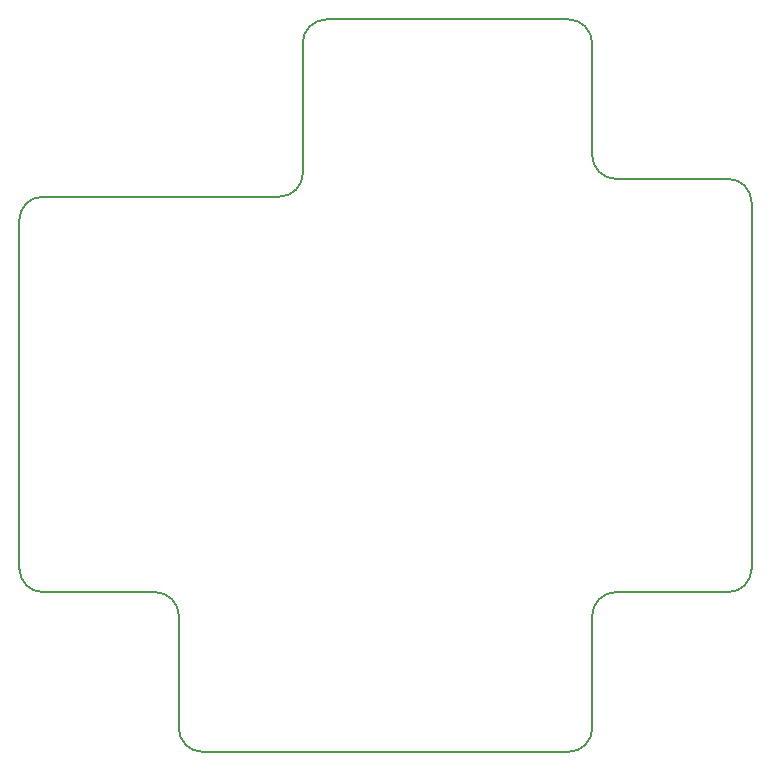
<source format=gbr>
%TF.GenerationSoftware,KiCad,Pcbnew,7.0.5*%
%TF.CreationDate,2023-09-21T20:04:05-05:00*%
%TF.ProjectId,LEDCube,4c454443-7562-4652-9e6b-696361645f70,rev?*%
%TF.SameCoordinates,Original*%
%TF.FileFunction,Profile,NP*%
%FSLAX46Y46*%
G04 Gerber Fmt 4.6, Leading zero omitted, Abs format (unit mm)*
G04 Created by KiCad (PCBNEW 7.0.5) date 2023-09-21 20:04:05*
%MOMM*%
%LPD*%
G01*
G04 APERTURE LIST*
%TA.AperFunction,Profile*%
%ADD10C,0.150000*%
%TD*%
G04 APERTURE END LIST*
D10*
X159445786Y-100245786D02*
G75*
G03*
X161445786Y-98245786I14J1999986D01*
G01*
X123444214Y-53754214D02*
X123455786Y-64755786D01*
X145955786Y-113755786D02*
G75*
G03*
X147955786Y-111755786I14J1999986D01*
G01*
X125444214Y-51754214D02*
X145945786Y-51754214D01*
X112955786Y-102244214D02*
X112944214Y-111755786D01*
X147954214Y-102244214D02*
X147955786Y-111755786D01*
X101454214Y-100245786D02*
X110955786Y-100244214D01*
X147945786Y-53754214D02*
X147944214Y-63245786D01*
X161455786Y-67254214D02*
G75*
G03*
X159455786Y-65254214I-1999986J14D01*
G01*
X125444214Y-51754214D02*
G75*
G03*
X123444214Y-53754214I-14J-1999986D01*
G01*
X149944214Y-65245786D02*
X159455786Y-65254214D01*
X101444214Y-66754214D02*
G75*
G03*
X99444214Y-68754214I-14J-1999986D01*
G01*
X149954214Y-100244214D02*
G75*
G03*
X147954214Y-102244214I-14J-1999986D01*
G01*
X112944214Y-111755786D02*
G75*
G03*
X114944214Y-113755786I1999986J-14D01*
G01*
X161455786Y-67254214D02*
X161445786Y-98245786D01*
X114944214Y-113755786D02*
X145955786Y-113755786D01*
X101444214Y-66754214D02*
X121455786Y-66755786D01*
X121455786Y-66755786D02*
G75*
G03*
X123455786Y-64755786I14J1999986D01*
G01*
X147945786Y-53754214D02*
G75*
G03*
X145945786Y-51754214I-1999986J14D01*
G01*
X99454214Y-98245786D02*
G75*
G03*
X101454214Y-100245786I1999986J-14D01*
G01*
X147944214Y-63245786D02*
G75*
G03*
X149944214Y-65245786I1999986J-14D01*
G01*
X99454214Y-98245786D02*
X99444214Y-68754214D01*
X149954214Y-100244214D02*
X159445786Y-100245786D01*
X112955786Y-102244214D02*
G75*
G03*
X110955786Y-100244214I-1999986J14D01*
G01*
M02*

</source>
